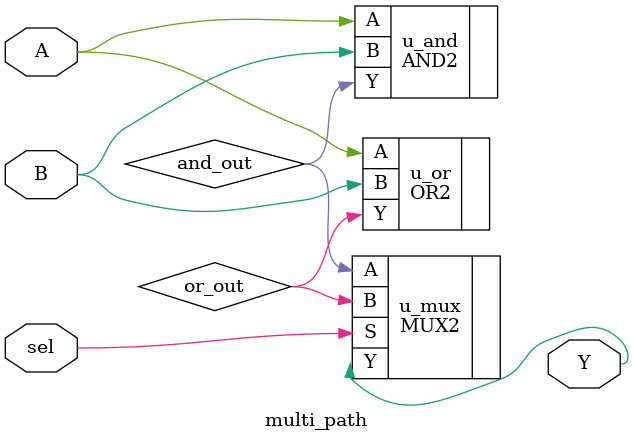
<source format=v>
module multi_path (
    input  wire A,
    input  wire B,
    input  wire sel,
    output wire Y
);

    wire and_out, or_out;

    // Path 1: AND gate
    AND2 u_and (
        .A(A),
        .B(B),
        .Y(and_out)
    );

    // Path 2: OR gate
    OR2 u_or (
        .A(A),
        .B(B),
        .Y(or_out)
    );

    // Multiplexer selects between paths
    MUX2 u_mux (
        .A(and_out),
        .B(or_out),
        .S(sel),
        .Y(Y)
    );

endmodule

</source>
